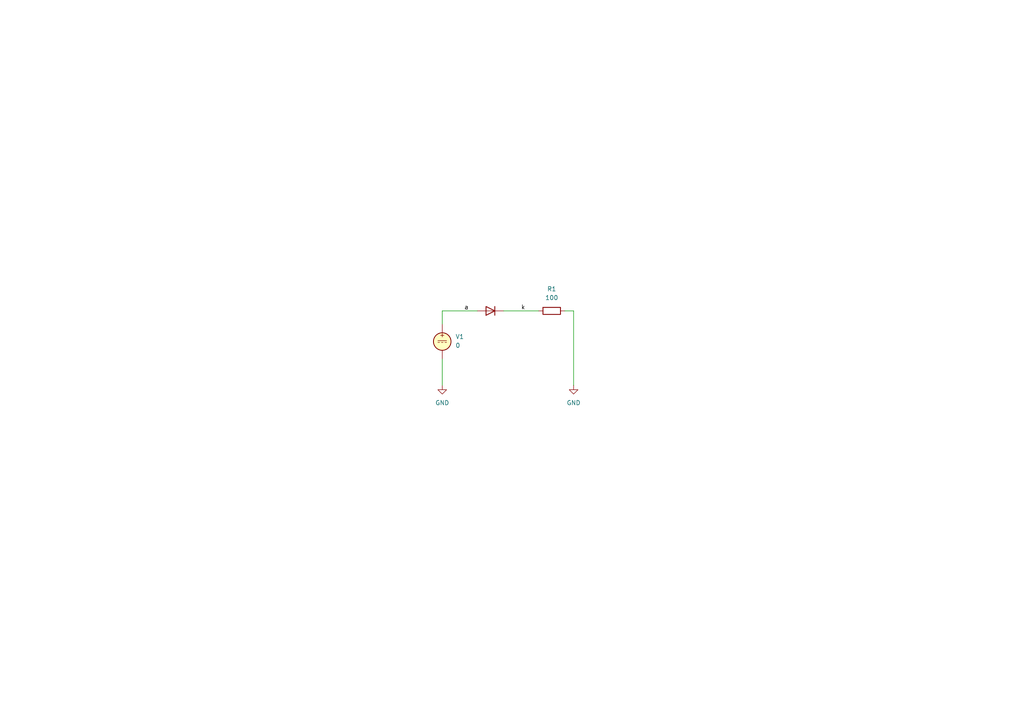
<source format=kicad_sch>
(kicad_sch (version 20250114) (generator "eeschema") (generator_version "9.0")
  (paper "A4")
  (title_block (title "Simulation of PN diode characteristics") (date "2025-03-02") (company "GitHub/OJStuff"))
  (lib_symbols
    (symbol "Device:D" (pin_numbers (hide yes)) (pin_names (offset 1.016) (hide yes))
      (property "Reference" "D" (at 0 2.54 0))
      (property "Value" "D" (at 0 -2.54 0))
      (symbol "D_0_1"
        (polyline (pts (xy -1.27 1.27) (xy -1.27 -1.27)) (stroke (width 0.254)))
        (polyline (pts (xy 1.27 1.27) (xy 1.27 -1.27) (xy -1.27 0) (xy 1.27 1.27)) (stroke (width 0.254)))
        (polyline (pts (xy 1.27 0) (xy -1.27 0)))
      )
      (symbol "D_1_1"
        (pin passive line (at -3.81 0 0) (length 2.54) (name "K") (number "1"))
        (pin passive line (at 3.81 0 180) (length 2.54) (name "A") (number "2"))
      )
    )
    (symbol "Device:R" (pin_numbers (hide yes)) (pin_names (offset 0))
      (property "Reference" "R" (at 2.032 0 90))
      (property "Value" "R" (at 0 0 90))
      (symbol "R_0_1"
        (rectangle (start -1.016 -2.54) (end 1.016 2.54) (stroke (width 0.254)))
      )
      (symbol "R_1_1"
        (pin passive line (at 0 3.81 270) (length 1.27) (name "~") (number "1"))
        (pin passive line (at 0 -3.81 90) (length 1.27) (name "~") (number "2"))
      )
    )
    (symbol "Simulation_SPICE:VDC" (pin_numbers (hide yes)) (pin_names (offset 0.0254))
      (property "Reference" "V" (at 2.54 2.54 0))
      (property "Value" "1" (at 2.54 0 0))
      (symbol "VDC_0_0"
        (polyline (pts (xy -1.27 0.254) (xy 1.27 0.254)))
        (polyline (pts (xy -0.762 -0.254) (xy -1.27 -0.254)))
        (polyline (pts (xy 0.254 -0.254) (xy -0.254 -0.254)))
        (polyline (pts (xy 1.27 -0.254) (xy 0.762 -0.254)))
        (text "+" (at 0 1.905 0) (effects (font (size 1.27 1.27))))
      )
      (symbol "VDC_0_1"
        (circle (center 0 0) (radius 2.54) (stroke (width 0.254)) (fill (type background)))
      )
      (symbol "VDC_1_1"
        (pin passive line (at 0 5.08 270) (length 2.54) (name "~") (number "1"))
        (pin passive line (at 0 -5.08 90) (length 2.54) (name "~") (number "2"))
      )
    )
    (symbol "power:GND" (power) (pin_numbers (hide yes)) (pin_names (offset 0) (hide yes))
      (property "Value" "GND" (at 0 -3.81 0))
      (symbol "GND_0_1"
        (polyline (pts (xy 0 0) (xy 0 -1.27) (xy 1.27 -1.27) (xy 0 -2.54) (xy -1.27 -1.27) (xy 0 -1.27)))
      )
      (symbol "GND_1_1"
        (pin power_in line (at 0 0 270) (length 0) (name "~") (number "1"))
      )
    )
  )
  (wire (pts (xy 128.27 104.14) (xy 128.27 111.76)))
  (wire (pts (xy 146.05 90.17) (xy 156.21 90.17)))
  (wire (pts (xy 163.83 90.17) (xy 166.37 90.17)))
  (wire (pts (xy 128.27 90.17) (xy 128.27 93.98)))
  (wire (pts (xy 138.43 90.17) (xy 128.27 90.17)))
  (wire (pts (xy 166.37 90.17) (xy 166.37 111.76)))
  (label "a" (at 134.62 90.17 0))
  (label "k" (at 151.13 90.17 0))
  (symbol (lib_id "Simulation_SPICE:VDC") (at 128.27 99.06 0) (unit 1)
    (property "Reference" "V1" (at 132.08 97.6601 0) (effects (justify left)))
    (property "Value" "0" (at 132.08 100.2001 0) (effects (justify left)))
    (property "Datasheet" "https://ngspice.sourceforge.io/docs/ngspice-html-manual/manual.xhtml#sec_Independent_Sources_for" (effects (hide yes)))
    (property "Description" "Voltage source, DC" (effects (hide yes)))
    (property "Sim.Pins" "1=+ 2=-" (effects (hide yes)))
    (property "Sim.Type" "DC" (effects (hide yes)))
    (property "Sim.Device" "V" (effects (hide yes)))
  )
  (symbol (lib_id "Device:D") (at 142.24 90.17 180) (unit 1)
    (property "Reference" "D1" (effects (hide yes)))
    (property "Value" "D" (effects (hide yes)))
    (property "Description" "Diode" (effects (hide yes)))
    (property "Sim.Device" "D" (effects (hide yes)))
    (property "Sim.Pins" "1=K 2=A" (effects (hide yes)))
  )
  (symbol (lib_id "power:GND") (at 166.37 111.76 0) (unit 1)
    (property "Reference" "#PWR02" (effects (hide yes)))
    (property "Value" "GND" (at 166.37 116.84 0))
    (property "Description" "Power symbol creates a global label with name \"GND\" , ground" (effects (hide yes)))
  )
  (symbol (lib_id "Device:R") (at 160.02 90.17 90) (unit 1)
    (property "Reference" "R1" (at 160.02 83.82 90))
    (property "Value" "100" (at 160.02 86.36 90))
    (property "Description" "Resistor" (effects (hide yes)))
  )
  (symbol (lib_id "power:GND") (at 128.27 111.76 0) (unit 1)
    (property "Reference" "#PWR01" (effects (hide yes)))
    (property "Value" "GND" (at 128.27 116.84 0))
    (property "Description" "Power symbol creates a global label with name \"GND\" , ground" (effects (hide yes)))
  )
)
</source>
